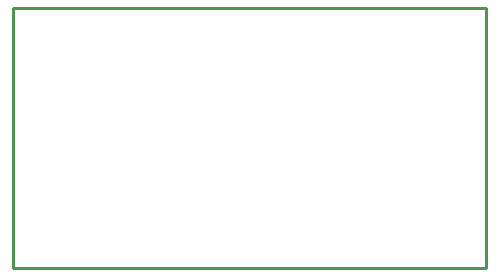
<source format=gko>
G04 Layer: BoardOutline*
G04 EasyEDA v6.4.19.5, 2021-05-18T22:58:39--5:00*
G04 4dc87e2bd6d7430eaf2060c118457cdd,00a5ad12733442db97615573759eb5db,10*
G04 Gerber Generator version 0.2*
G04 Scale: 100 percent, Rotated: No, Reflected: No *
G04 Dimensions in millimeters *
G04 leading zeros omitted , absolute positions ,4 integer and 5 decimal *
%FSLAX45Y45*%
%MOMM*%

%ADD10C,0.2540*%
D10*
X0Y2200000D02*
G01*
X3999999Y2200000D01*
X3999999Y0D01*
X0Y0D01*
X0Y2200000D01*

%LPD*%
M02*

</source>
